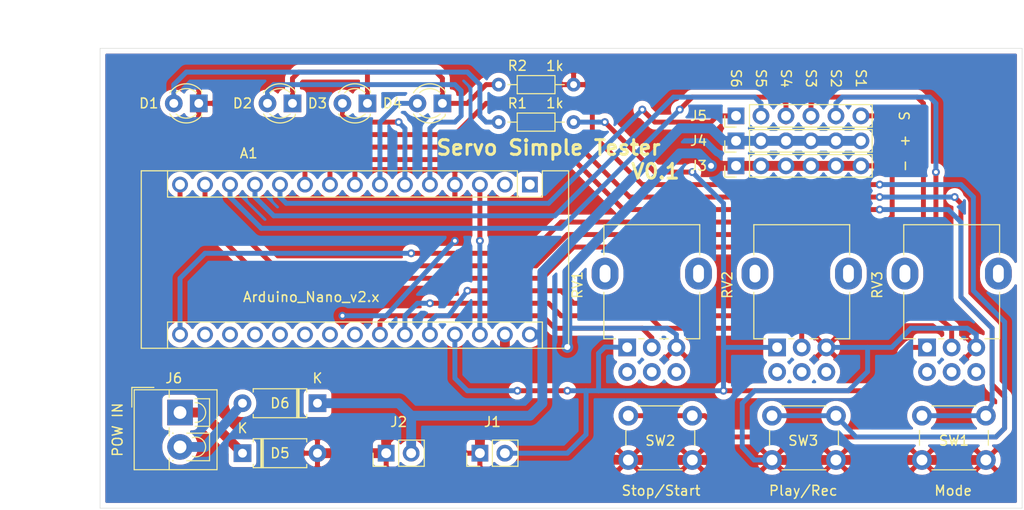
<source format=kicad_pcb>
(kicad_pcb (version 20171130) (host pcbnew "(5.1.9)-1")
  (layers (0 F.Cu signal) (31 B.Cu signal) (34 B.Paste user) (35 F.Paste user) (36 B.SilkS user) (37 F.SilkS user) (38 B.Mask user) (39 F.Mask user) (44 Edge.Cuts user))
  (net 0 "")
  (net 1 "Net-(D1-Pad2)")
  (net 2 GND)
  (net 3 D2)
  (net 4 "Net-(D2-Pad1)")
  (net 5 D3)
  (net 6 D4)
  (net 7 "Net-(D5-Pad1)")
  (net 8 "Net-(D6-Pad2)")
  (net 9 VIN)
  (net 10 TX)
  (net 11 RX)
  (net 12 RESET)
  (net 13 D5)
  (net 14 D6)
  (net 15 D7)
  (net 16 D8)
  (net 17 D9)
  (net 18 D10)
  (net 19 D11)
  (net 20 D12)
  (net 21 +5V)
  (net 22 A7)
  (net 23 A6)
  (net 24 A5)
  (net 25 A4)
  (net 26 A3)
  (net 27 A2)
  (net 28 A1)
  (net 29 A0)
  (net 30 REF)
  (net 31 3.3V)
  (net 32 D13)
  (module DM_Devices:conn_01x06 (layer F.Cu) (at 144.78 90.17 90)
    (fp_text reference J5 (at 0 -3.81 180) (layer F.SilkS))
    (fp_text value S (at 0 17.145 90) (layer F.SilkS))
    (pad 1 thru_hole rect (at 0 0 90) (size 1.7 1.7) (drill 1) (layers *.Cu *.Mask) (net 16 D8))
    (pad 5 thru_hole oval (at 0 10.16 90) (size 1.7 1.7) (drill 1) (layers *.Cu *.Mask) (net 20 D12))
    (pad 2 thru_hole oval (at 0 2.54 90) (size 1.7 1.7) (drill 1) (layers *.Cu *.Mask) (net 17 D9))
    (pad 3 thru_hole oval (at 0 5.08 90) (size 1.7 1.7) (drill 1) (layers *.Cu *.Mask) (net 18 D10))
    (pad 6 thru_hole oval (at 0 12.7 90) (size 1.7 1.7) (drill 1) (layers *.Cu *.Mask) (net 32 D13))
    (pad 4 thru_hole oval (at 0 7.62 90) (size 1.7 1.7) (drill 1) (layers *.Cu *.Mask) (net 19 D11))
  )
  (module DM_Devices:conn_01x06 (layer F.Cu) (at 144.78 92.71 90)
    (fp_text reference J4 (at 0 -3.81 180) (layer F.SilkS))
    (fp_text value + (at 0 17.145 90) (layer F.SilkS))
    (pad 1 thru_hole rect (at 0 0 90) (size 1.7 1.7) (drill 1) (layers *.Cu *.Mask) (net 9 VIN))
    (pad 5 thru_hole oval (at 0 10.16 90) (size 1.7 1.7) (drill 1) (layers *.Cu *.Mask) (net 9 VIN))
    (pad 2 thru_hole oval (at 0 2.54 90) (size 1.7 1.7) (drill 1) (layers *.Cu *.Mask) (net 9 VIN))
    (pad 3 thru_hole oval (at 0 5.08 90) (size 1.7 1.7) (drill 1) (layers *.Cu *.Mask) (net 9 VIN))
    (pad 6 thru_hole oval (at 0 12.7 90) (size 1.7 1.7) (drill 1) (layers *.Cu *.Mask) (net 9 VIN))
    (pad 4 thru_hole oval (at 0 7.62 90) (size 1.7 1.7) (drill 1) (layers *.Cu *.Mask) (net 9 VIN))
  )
  (module DM_Devices:conn_01x06 (layer F.Cu) (at 144.78 95.25 90)
    (fp_text reference J3 (at 0 -3.81 180) (layer F.SilkS))
    (fp_text value - (at 0 17.145 90) (layer F.SilkS))
    (pad 1 thru_hole rect (at 0 0 90) (size 1.7 1.7) (drill 1) (layers *.Cu *.Mask) (net 2 GND))
    (pad 5 thru_hole oval (at 0 10.16 90) (size 1.7 1.7) (drill 1) (layers *.Cu *.Mask) (net 2 GND))
    (pad 2 thru_hole oval (at 0 2.54 90) (size 1.7 1.7) (drill 1) (layers *.Cu *.Mask) (net 2 GND))
    (pad 3 thru_hole oval (at 0 5.08 90) (size 1.7 1.7) (drill 1) (layers *.Cu *.Mask) (net 2 GND))
    (pad 6 thru_hole oval (at 0 12.7 90) (size 1.7 1.7) (drill 1) (layers *.Cu *.Mask) (net 2 GND))
    (pad 4 thru_hole oval (at 0 7.62 90) (size 1.7 1.7) (drill 1) (layers *.Cu *.Mask) (net 2 GND))
  )
  (module LED_THT:LED_D3.0mm (layer F.Cu) (at 90.17 88.9 180)
    (fp_text reference D1 (at 5.08 0) (layer F.SilkS))
    (fp_text value POW)
    (pad 2 thru_hole circle (at 2.54 0 180) (size 1.8 1.8) (drill 0.9) (layers *.Cu *.Mask) (net 1 "Net-(D1-Pad2)"))
    (pad 1 thru_hole rect (at 0 0 180) (size 1.8 1.8) (drill 0.9) (layers *.Cu *.Mask) (net 2 GND))
  )
  (module Connector_PinHeader_2.54mm:PinHeader_1x02_P2.54mm_Vertical (layer F.Cu) (at 109.22 124.46 90)
    (fp_text reference J2 (at 3.175 1.27 180) (layer F.SilkS))
    (fp_text value Conn_01x02 hide)
    (pad 2 thru_hole oval (at 0 2.54 90) (size 1.7 1.7) (drill 1) (layers *.Cu *.Mask) (net 9 VIN))
    (pad 1 thru_hole rect (at 0 0 90) (size 1.7 1.7) (drill 1) (layers *.Cu *.Mask) (net 2 GND))
  )
  (module Connector_PinHeader_2.54mm:PinHeader_1x02_P2.54mm_Vertical (layer F.Cu) (at 118.745 124.46 90)
    (fp_text reference J1 (at 3.175 1.27) (layer F.SilkS))
    (fp_text value Conn_01x02 hide)
    (pad 2 thru_hole oval (at 0 2.54 90) (size 1.7 1.7) (drill 1) (layers *.Cu *.Mask) (net 21 +5V))
    (pad 1 thru_hole rect (at 0 0 90) (size 1.7 1.7) (drill 1) (layers *.Cu *.Mask) (net 2 GND))
  )
  (module Button_Switch_THT:SW_PUSH_6mm (layer F.Cu) (at 148.44 120.65)
    (fp_text reference SW3 (at 3.175 2.54) (layer F.SilkS))
    (fp_text value Play/Rec (at 3.175 7.62) (layer F.SilkS))
    (pad 1 thru_hole circle (at 6.5 0 90) (size 2 2) (drill 1.1) (layers *.Cu *.Mask) (net 15 D7))
    (pad 2 thru_hole circle (at 6.5 4.5 90) (size 2 2) (drill 1.1) (layers *.Cu *.Mask) (net 2 GND))
    (pad 1 thru_hole circle (at 0 0 90) (size 2 2) (drill 1.1) (layers *.Cu *.Mask) (net 15 D7))
    (pad 2 thru_hole circle (at 0 4.5 90) (size 2 2) (drill 1.1) (layers *.Cu *.Mask) (net 2 GND))
  )
  (module Button_Switch_THT:SW_PUSH_6mm (layer F.Cu) (at 133.835 120.65)
    (fp_text reference SW2 (at 3.25 2.54) (layer F.SilkS))
    (fp_text value Stop/Start (at 3.325 7.62) (layer F.SilkS))
    (pad 1 thru_hole circle (at 6.5 0 90) (size 2 2) (drill 1.1) (layers *.Cu *.Mask) (net 14 D6))
    (pad 2 thru_hole circle (at 6.5 4.5 90) (size 2 2) (drill 1.1) (layers *.Cu *.Mask) (net 2 GND))
    (pad 1 thru_hole circle (at 0 0 90) (size 2 2) (drill 1.1) (layers *.Cu *.Mask) (net 14 D6))
    (pad 2 thru_hole circle (at 0 4.5 90) (size 2 2) (drill 1.1) (layers *.Cu *.Mask) (net 2 GND))
  )
  (module Button_Switch_THT:SW_PUSH_6mm (layer F.Cu) (at 163.68 120.65)
    (fp_text reference SW1 (at 3.25 2.54) (layer F.SilkS))
    (fp_text value Mode (at 3.175 7.62) (layer F.SilkS))
    (pad 1 thru_hole circle (at 6.5 0 90) (size 2 2) (drill 1.1) (layers *.Cu *.Mask) (net 13 D5))
    (pad 2 thru_hole circle (at 6.5 4.5 90) (size 2 2) (drill 1.1) (layers *.Cu *.Mask) (net 2 GND))
    (pad 1 thru_hole circle (at 0 0 90) (size 2 2) (drill 1.1) (layers *.Cu *.Mask) (net 13 D5))
    (pad 2 thru_hole circle (at 0 4.5 90) (size 2 2) (drill 1.1) (layers *.Cu *.Mask) (net 2 GND))
  )
  (module Potentiometer_THT:Potentiometer_Alpha_RD902F-40-00D_Dual_Vertical (layer F.Cu) (at 164.2 113.705 90)
    (fp_text reference RV3 (at 6.35 -5.06 270) (layer F.SilkS))
    (fp_text value R_POT hide)
    (pad 4 thru_hole circle (at -2.5 0 180) (size 1.8 1.8) (drill 1) (layers *.Cu *.Mask))
    (pad 5 thru_hole circle (at -2.5 2.5 180) (size 1.8 1.8) (drill 1) (layers *.Cu *.Mask))
    (pad 6 thru_hole circle (at -2.5 5 180) (size 1.8 1.8) (drill 1) (layers *.Cu *.Mask))
    (pad "" thru_hole oval (at 7.5 -2.25 180) (size 2.72 3.24) (drill oval 1.1 1.8) (layers *.Cu *.Mask))
    (pad "" thru_hole oval (at 7.5 7.25 180) (size 2.72 3.24) (drill oval 1.1 1.8) (layers *.Cu *.Mask))
    (pad 3 thru_hole circle (at 0 5 180) (size 1.8 1.8) (drill 1) (layers *.Cu *.Mask) (net 2 GND))
    (pad 2 thru_hole circle (at 0 2.5 180) (size 1.8 1.8) (drill 1) (layers *.Cu *.Mask) (net 22 A7))
    (pad 1 thru_hole rect (at 0 0 180) (size 1.8 1.8) (drill 1) (layers *.Cu *.Mask) (net 21 +5V))
  )
  (module Potentiometer_THT:Potentiometer_Alpha_RD902F-40-00D_Dual_Vertical (layer F.Cu) (at 148.96 113.705 90)
    (fp_text reference RV2 (at 6.35 -5.06 270) (layer F.SilkS))
    (fp_text value R_POT hide)
    (pad 4 thru_hole circle (at -2.5 0 180) (size 1.8 1.8) (drill 1) (layers *.Cu *.Mask))
    (pad 5 thru_hole circle (at -2.5 2.5 180) (size 1.8 1.8) (drill 1) (layers *.Cu *.Mask))
    (pad 6 thru_hole circle (at -2.5 5 180) (size 1.8 1.8) (drill 1) (layers *.Cu *.Mask))
    (pad "" thru_hole oval (at 7.5 -2.25 180) (size 2.72 3.24) (drill oval 1.1 1.8) (layers *.Cu *.Mask))
    (pad "" thru_hole oval (at 7.5 7.25 180) (size 2.72 3.24) (drill oval 1.1 1.8) (layers *.Cu *.Mask))
    (pad 3 thru_hole circle (at 0 5 180) (size 1.8 1.8) (drill 1) (layers *.Cu *.Mask) (net 2 GND))
    (pad 2 thru_hole circle (at 0 2.5 180) (size 1.8 1.8) (drill 1) (layers *.Cu *.Mask) (net 23 A6))
    (pad 1 thru_hole rect (at 0 0 180) (size 1.8 1.8) (drill 1) (layers *.Cu *.Mask) (net 21 +5V))
  )
  (module Potentiometer_THT:Potentiometer_Alpha_RD902F-40-00D_Dual_Vertical (layer F.Cu) (at 133.72 113.705 90)
    (fp_text reference RV1 (at 6.35 -5.06 270) (layer F.SilkS))
    (fp_text value R_POT hide)
    (pad 4 thru_hole circle (at -2.5 0 180) (size 1.8 1.8) (drill 1) (layers *.Cu *.Mask))
    (pad 5 thru_hole circle (at -2.5 2.5 180) (size 1.8 1.8) (drill 1) (layers *.Cu *.Mask))
    (pad 6 thru_hole circle (at -2.5 5 180) (size 1.8 1.8) (drill 1) (layers *.Cu *.Mask))
    (pad "" thru_hole oval (at 7.5 -2.25 180) (size 2.72 3.24) (drill oval 1.1 1.8) (layers *.Cu *.Mask))
    (pad "" thru_hole oval (at 7.5 7.25 180) (size 2.72 3.24) (drill oval 1.1 1.8) (layers *.Cu *.Mask))
    (pad 3 thru_hole circle (at 0 5 180) (size 1.8 1.8) (drill 1) (layers *.Cu *.Mask) (net 2 GND))
    (pad 2 thru_hole circle (at 0 2.5 180) (size 1.8 1.8) (drill 1) (layers *.Cu *.Mask) (net 24 A5))
    (pad 1 thru_hole rect (at 0 0 180) (size 1.8 1.8) (drill 1) (layers *.Cu *.Mask) (net 21 +5V))
  )
  (module Resistor_THT:R_Axial_DIN0204_L3.6mm_D1.6mm_P7.62mm_Horizontal (layer F.Cu) (at 120.65 86.995)
    (fp_text reference R2 (at 1.905 -1.92) (layer F.SilkS))
    (fp_text value 1k (at 5.715 -1.905) (layer F.SilkS))
    (pad 2 thru_hole oval (at 7.62 0) (size 1.4 1.4) (drill 0.7) (layers *.Cu *.Mask) (net 2 GND))
    (pad 1 thru_hole circle (at 0 0) (size 1.4 1.4) (drill 0.7) (layers *.Cu *.Mask) (net 4 "Net-(D2-Pad1)"))
  )
  (module Resistor_THT:R_Axial_DIN0204_L3.6mm_D1.6mm_P7.62mm_Horizontal (layer F.Cu) (at 128.27 90.805 180)
    (fp_text reference R1 (at 5.715 1.905) (layer F.SilkS))
    (fp_text value 1k (at 1.905 1.92) (layer F.SilkS))
    (pad 2 thru_hole oval (at 7.62 0 180) (size 1.4 1.4) (drill 0.7) (layers *.Cu *.Mask) (net 1 "Net-(D1-Pad2)"))
    (pad 1 thru_hole circle (at 0 0 180) (size 1.4 1.4) (drill 0.7) (layers *.Cu *.Mask) (net 21 +5V))
  )
  (module TerminalBlock_4Ucon:TerminalBlock_4Ucon_1x02_P3.50mm_Vertical (layer F.Cu) (at 88.265 120.325 270)
    (fp_text reference J6 (at -3.485 0.635 180) (layer F.SilkS))
    (fp_text value "POW IN" (at 1.75 6.35 90) (layer F.SilkS))
    (pad 2 thru_hole circle (at 3.5 0 270) (size 2.6 2.6) (drill 1.3) (layers *.Cu *.Mask) (net 8 "Net-(D6-Pad2)"))
    (pad 1 thru_hole rect (at 0 0 270) (size 2.6 2.6) (drill 1.3) (layers *.Cu *.Mask) (net 7 "Net-(D5-Pad1)"))
  )
  (module Diode_THT:D_A-405_P7.62mm_Horizontal (layer F.Cu) (at 102.235 119.38 180)
    (fp_text reference D6 (at 3.81 0) (layer F.SilkS))
    (fp_text value D hide)
    (fp_text user K (at 0 2.54) (layer F.SilkS))
    (pad 2 thru_hole oval (at 7.62 0 180) (size 1.8 1.8) (drill 0.9) (layers *.Cu *.Mask) (net 8 "Net-(D6-Pad2)"))
    (pad 1 thru_hole rect (at 0 0 180) (size 1.8 1.8) (drill 0.9) (layers *.Cu *.Mask) (net 9 VIN))
  )
  (module Diode_THT:D_A-405_P7.62mm_Horizontal (layer F.Cu) (at 94.615 124.46)
    (fp_text reference D5 (at 3.81 0) (layer F.SilkS))
    (fp_text value D hide)
    (fp_text user K (at 0 -2.54) (layer F.SilkS))
    (pad 2 thru_hole oval (at 7.62 0) (size 1.8 1.8) (drill 0.9) (layers *.Cu *.Mask) (net 2 GND))
    (pad 1 thru_hole rect (at 0 0) (size 1.8 1.8) (drill 0.9) (layers *.Cu *.Mask) (net 7 "Net-(D5-Pad1)"))
  )
  (module LED_THT:LED_D3.0mm (layer F.Cu) (at 114.935 88.9 180)
    (fp_text reference D4 (at 5.08 0) (layer F.SilkS))
    (fp_text value "Mode 3")
    (pad 2 thru_hole circle (at 2.54 0 180) (size 1.8 1.8) (drill 0.9) (layers *.Cu *.Mask) (net 6 D4))
    (pad 1 thru_hole rect (at 0 0 180) (size 1.8 1.8) (drill 0.9) (layers *.Cu *.Mask) (net 4 "Net-(D2-Pad1)"))
  )
  (module LED_THT:LED_D3.0mm (layer F.Cu) (at 107.315 88.9 180)
    (fp_text reference D3 (at 5.08 0) (layer F.SilkS))
    (fp_text value "Mode 2")
    (pad 2 thru_hole circle (at 2.54 0 180) (size 1.8 1.8) (drill 0.9) (layers *.Cu *.Mask) (net 5 D3))
    (pad 1 thru_hole rect (at 0 0 180) (size 1.8 1.8) (drill 0.9) (layers *.Cu *.Mask) (net 4 "Net-(D2-Pad1)"))
  )
  (module LED_THT:LED_D3.0mm (layer F.Cu) (at 99.695 88.9 180)
    (fp_text reference D2 (at 5.08 0) (layer F.SilkS))
    (fp_text value "Mode 1")
    (pad 2 thru_hole circle (at 2.54 0 180) (size 1.8 1.8) (drill 0.9) (layers *.Cu *.Mask) (net 3 D2))
    (pad 1 thru_hole rect (at 0 0 180) (size 1.8 1.8) (drill 0.9) (layers *.Cu *.Mask) (net 4 "Net-(D2-Pad1)"))
  )
  (module Module:Arduino_Nano (layer F.Cu) (at 123.825 97.155 270)
    (fp_text reference A1 (at -3.175 28.575 180) (layer F.SilkS))
    (fp_text value Arduino_Nano_v2.x (at 11.43 22.225) (layer F.SilkS))
    (pad 16 thru_hole oval (at 15.24 35.56 270) (size 1.6 1.6) (drill 1) (layers *.Cu *.Mask) (net 32 D13))
    (pad 15 thru_hole oval (at 0 35.56 270) (size 1.6 1.6) (drill 1) (layers *.Cu *.Mask) (net 20 D12))
    (pad 30 thru_hole oval (at 15.24 0 270) (size 1.6 1.6) (drill 1) (layers *.Cu *.Mask) (net 9 VIN))
    (pad 14 thru_hole oval (at 0 33.02 270) (size 1.6 1.6) (drill 1) (layers *.Cu *.Mask) (net 19 D11))
    (pad 29 thru_hole oval (at 15.24 2.54 270) (size 1.6 1.6) (drill 1) (layers *.Cu *.Mask) (net 2 GND))
    (pad 13 thru_hole oval (at 0 30.48 270) (size 1.6 1.6) (drill 1) (layers *.Cu *.Mask) (net 18 D10))
    (pad 28 thru_hole oval (at 15.24 5.08 270) (size 1.6 1.6) (drill 1) (layers *.Cu *.Mask) (net 12 RESET))
    (pad 12 thru_hole oval (at 0 27.94 270) (size 1.6 1.6) (drill 1) (layers *.Cu *.Mask) (net 17 D9))
    (pad 27 thru_hole oval (at 15.24 7.62 270) (size 1.6 1.6) (drill 1) (layers *.Cu *.Mask) (net 21 +5V))
    (pad 11 thru_hole oval (at 0 25.4 270) (size 1.6 1.6) (drill 1) (layers *.Cu *.Mask) (net 16 D8))
    (pad 26 thru_hole oval (at 15.24 10.16 270) (size 1.6 1.6) (drill 1) (layers *.Cu *.Mask) (net 22 A7))
    (pad 10 thru_hole oval (at 0 22.86 270) (size 1.6 1.6) (drill 1) (layers *.Cu *.Mask) (net 15 D7))
    (pad 25 thru_hole oval (at 15.24 12.7 270) (size 1.6 1.6) (drill 1) (layers *.Cu *.Mask) (net 23 A6))
    (pad 9 thru_hole oval (at 0 20.32 270) (size 1.6 1.6) (drill 1) (layers *.Cu *.Mask) (net 14 D6))
    (pad 24 thru_hole oval (at 15.24 15.24 270) (size 1.6 1.6) (drill 1) (layers *.Cu *.Mask) (net 24 A5))
    (pad 8 thru_hole oval (at 0 17.78 270) (size 1.6 1.6) (drill 1) (layers *.Cu *.Mask) (net 13 D5))
    (pad 23 thru_hole oval (at 15.24 17.78 270) (size 1.6 1.6) (drill 1) (layers *.Cu *.Mask) (net 25 A4))
    (pad 7 thru_hole oval (at 0 15.24 270) (size 1.6 1.6) (drill 1) (layers *.Cu *.Mask) (net 6 D4))
    (pad 22 thru_hole oval (at 15.24 20.32 270) (size 1.6 1.6) (drill 1) (layers *.Cu *.Mask) (net 26 A3))
    (pad 6 thru_hole oval (at 0 12.7 270) (size 1.6 1.6) (drill 1) (layers *.Cu *.Mask) (net 5 D3))
    (pad 21 thru_hole oval (at 15.24 22.86 270) (size 1.6 1.6) (drill 1) (layers *.Cu *.Mask) (net 27 A2))
    (pad 5 thru_hole oval (at 0 10.16 270) (size 1.6 1.6) (drill 1) (layers *.Cu *.Mask) (net 3 D2))
    (pad 20 thru_hole oval (at 15.24 25.4 270) (size 1.6 1.6) (drill 1) (layers *.Cu *.Mask) (net 28 A1))
    (pad 4 thru_hole oval (at 0 7.62 270) (size 1.6 1.6) (drill 1) (layers *.Cu *.Mask) (net 2 GND))
    (pad 19 thru_hole oval (at 15.24 27.94 270) (size 1.6 1.6) (drill 1) (layers *.Cu *.Mask) (net 29 A0))
    (pad 3 thru_hole oval (at 0 5.08 270) (size 1.6 1.6) (drill 1) (layers *.Cu *.Mask) (net 12 RESET))
    (pad 18 thru_hole oval (at 15.24 30.48 270) (size 1.6 1.6) (drill 1) (layers *.Cu *.Mask) (net 30 REF))
    (pad 2 thru_hole oval (at 0 2.54 270) (size 1.6 1.6) (drill 1) (layers *.Cu *.Mask) (net 11 RX))
    (pad 17 thru_hole oval (at 15.24 33.02 270) (size 1.6 1.6) (drill 1) (layers *.Cu *.Mask) (net 31 3.3V))
    (pad 1 thru_hole rect (at 0 0 270) (size 1.6 1.6) (drill 1) (layers *.Cu *.Mask) (net 10 TX))
  )
  (gr_line (start 173.863 83.312) (end 80.137 83.312) (layer Edge.Cuts) (width 0.05))
  (gr_line (start 173.863 130.048) (end 173.863 83.312) (layer Edge.Cuts) (width 0.05))
  (gr_line (start 80.137 130.048) (end 173.863 130.048) (layer Edge.Cuts) (width 0.05))
  (gr_line (start 80.137 83.312) (end 80.137 130.048) (layer Edge.Cuts) (width 0.05))
  (gr_text "Servo Simple Tester\n                   V0.1" (at 125.73 94.615) (layer F.SilkS) (effects (font (size 1.5 1.5) (thickness 0.3))))
  (gr_text S6 (at 144.78 86.36 -90) (layer F.SilkS) (effects (font (size 1 1))))
  (gr_text S5 (at 147.32 86.36 -90) (layer F.SilkS) (effects (font (size 1 1))))
  (gr_text S4 (at 149.86 86.36 -90) (layer F.SilkS) (effects (font (size 1 1))))
  (gr_text S3 (at 152.4 86.36 -90) (layer F.SilkS) (effects (font (size 1 1))))
  (gr_text S2 (at 154.94 86.36 -90) (layer F.SilkS) (effects (font (size 1 1))))
  (gr_text S1 (at 157.48 86.36 270) (layer F.SilkS) (effects (font (size 1 1))))
  (segment (start 88.9 85.725) (end 87.63 86.995) (width 0.5) (layer B.Cu) (net 1))
  (segment (start 117.475 85.725) (end 88.9 85.725) (width 0.5) (layer B.Cu) (net 1))
  (segment (start 118.745 86.995) (end 117.475 85.725) (width 0.5) (layer B.Cu) (net 1))
  (segment (start 118.745 90.17) (end 118.745 86.995) (width 0.5) (layer B.Cu) (net 1))
  (segment (start 87.63 86.995) (end 87.63 88.9) (width 0.5) (layer B.Cu) (net 1))
  (segment (start 119.38 90.805) (end 118.745 90.17) (width 0.5) (layer B.Cu) (net 1))
  (segment (start 120.65 90.805) (end 119.38 90.805) (width 0.5) (layer B.Cu) (net 1))
  (segment (start 102.235 124.46) (end 109.22 124.46) (width 1) (layer F.Cu) (net 2))
  (segment (start 157.48 95.25) (end 154.94 95.25) (width 1) (layer F.Cu) (net 2))
  (segment (start 154.94 95.25) (end 152.4 95.25) (width 1) (layer F.Cu) (net 2))
  (segment (start 152.4 95.25) (end 149.86 95.25) (width 1) (layer F.Cu) (net 2))
  (segment (start 149.86 95.25) (end 147.32 95.25) (width 1) (layer F.Cu) (net 2))
  (segment (start 147.32 95.25) (end 144.78 95.25) (width 1) (layer F.Cu) (net 2))
  (segment (start 118.745 121.92) (end 118.745 123.19) (width 1) (layer F.Cu) (net 2))
  (segment (start 118.745 123.19) (end 118.745 124.46) (width 1) (layer F.Cu) (net 2))
  (segment (start 170.18 125.15) (end 163.68 125.15) (width 1) (layer F.Cu) (net 2))
  (segment (start 163.68 125.15) (end 154.94 125.15) (width 1) (layer F.Cu) (net 2))
  (segment (start 154.94 125.15) (end 148.44 125.15) (width 1) (layer F.Cu) (net 2))
  (segment (start 140.335 125.15) (end 133.835 125.15) (width 1) (layer F.Cu) (net 2))
  (segment (start 144.145 125.095) (end 144.09 125.15) (width 0.25) (layer F.Cu) (net 2))
  (segment (start 144.09 125.15) (end 140.335 125.15) (width 1) (layer F.Cu) (net 2))
  (segment (start 148.44 125.15) (end 144.09 125.15) (width 1) (layer F.Cu) (net 2))
  (segment (start 118.745 121.92) (end 120.015 121.92) (width 1) (layer F.Cu) (net 2))
  (segment (start 131.445 125.095) (end 133.835 125.15) (width 1) (layer F.Cu) (net 2))
  (segment (start 128.905 121.92) (end 131.445 125.095) (width 1) (layer F.Cu) (net 2))
  (segment (start 120.015 121.92) (end 128.905 121.92) (width 1) (layer F.Cu) (net 2))
  (segment (start 116.205 102.87) (end 116.205 102.87) (width 0.25) (layer F.Cu) (net 2))
  (segment (start 104.775 110.49) (end 104.775 110.49) (width 0.5) (layer B.Cu) (net 2))
  (segment (start 116.205 97.155) (end 116.205 102.87) (width 0.5) (layer F.Cu) (net 2))
  (via (at 116.205 102.87) (size 0.8) (drill 0.4) (layers F.Cu B.Cu) (net 2))
  (segment (start 82.55 114.3) (end 82.55 110.49) (width 0.5) (layer F.Cu) (net 2))
  (segment (start 84.455 116.205) (end 82.55 114.3) (width 0.5) (layer F.Cu) (net 2))
  (segment (start 111.76 116.205) (end 84.455 116.205) (width 0.5) (layer F.Cu) (net 2))
  (segment (start 114.3 119.38) (end 111.76 116.205) (width 0.5) (layer F.Cu) (net 2))
  (segment (start 114.3 121.92) (end 114.3 119.38) (width 0.5) (layer F.Cu) (net 2))
  (segment (start 109.22 123.19) (end 109.22 124.46) (width 1) (layer F.Cu) (net 2))
  (segment (start 114.935 121.92) (end 118.745 121.92) (width 1) (layer F.Cu) (net 2))
  (segment (start 110.49 121.92) (end 114.935 121.92) (width 1) (layer F.Cu) (net 2))
  (segment (start 109.22 123.19) (end 110.49 121.92) (width 1) (layer F.Cu) (net 2))
  (segment (start 88.9 95.25) (end 90.17 93.98) (width 0.5) (layer F.Cu) (net 2))
  (segment (start 83.82 95.25) (end 88.9 95.25) (width 0.5) (layer F.Cu) (net 2))
  (segment (start 82.55 96.52) (end 83.82 95.25) (width 0.5) (layer F.Cu) (net 2))
  (segment (start 82.55 110.49) (end 82.55 96.52) (width 0.5) (layer F.Cu) (net 2))
  (segment (start 90.17 93.98) (end 90.17 88.9) (width 0.5) (layer F.Cu) (net 2))
  (segment (start 127.635 113.665) (end 127.635 113.665) (width 1) (layer B.Cu) (net 2))
  (segment (start 121.285 112.395) (end 121.285 114.935) (width 1) (layer F.Cu) (net 2))
  (segment (start 170.235 125.095) (end 170.18 125.15) (width 0.25) (layer F.Cu) (net 2))
  (segment (start 160.615 113.705) (end 160.655 113.665) (width 0.25) (layer B.Cu) (net 2))
  (segment (start 153.96 113.705) (end 158.155 113.705) (width 0.5) (layer B.Cu) (net 2))
  (segment (start 158.155 113.705) (end 160.615 113.705) (width 0.5) (layer B.Cu) (net 2))
  (segment (start 146.63 125.15) (end 148.44 125.15) (width 0.5) (layer B.Cu) (net 2))
  (segment (start 145.415 123.825) (end 146.63 125.15) (width 0.5) (layer B.Cu) (net 2))
  (segment (start 145.415 119.38) (end 145.415 123.825) (width 0.5) (layer B.Cu) (net 2))
  (segment (start 146.685 118.11) (end 145.415 119.38) (width 0.5) (layer B.Cu) (net 2))
  (segment (start 156.21 118.11) (end 146.685 118.11) (width 0.5) (layer B.Cu) (net 2))
  (segment (start 158.155 116.165) (end 156.21 118.11) (width 0.5) (layer B.Cu) (net 2))
  (segment (start 158.155 113.705) (end 158.155 116.165) (width 0.5) (layer B.Cu) (net 2))
  (segment (start 118.745 118.745) (end 118.745 121.92) (width 1) (layer F.Cu) (net 2))
  (segment (start 118.745 116.84) (end 118.745 118.745) (width 1) (layer F.Cu) (net 2))
  (segment (start 121.285 114.935) (end 118.745 116.84) (width 1) (layer F.Cu) (net 2))
  (segment (start 115.57 103.505) (end 116.205 102.87) (width 0.5) (layer B.Cu) (net 2))
  (segment (start 109.22 110.49) (end 115.57 103.505) (width 0.5) (layer B.Cu) (net 2))
  (segment (start 104.775 110.49) (end 109.22 110.49) (width 0.5) (layer B.Cu) (net 2))
  (segment (start 104.775 110.49) (end 82.55 110.49) (width 0.5) (layer F.Cu) (net 2))
  (via (at 104.775 110.49) (size 0.8) (drill 0.4) (layers F.Cu B.Cu) (net 2))
  (segment (start 169.2 112.395) (end 169.2 113.705) (width 0.5) (layer B.Cu) (net 2))
  (segment (start 168.275 111.76) (end 169.2 112.395) (width 0.5) (layer B.Cu) (net 2))
  (segment (start 162.56 111.76) (end 168.275 111.76) (width 0.5) (layer B.Cu) (net 2))
  (segment (start 160.655 113.665) (end 162.56 111.76) (width 0.5) (layer B.Cu) (net 2))
  (segment (start 142.24 95.25) (end 142.24 95.25) (width 1) (layer F.Cu) (net 2))
  (segment (start 137.16 111.76) (end 127.635 111.76) (width 0.5) (layer B.Cu) (net 2))
  (segment (start 137.795 111.76) (end 137.16 111.76) (width 0.5) (layer B.Cu) (net 2))
  (segment (start 138.72 112.395) (end 137.795 111.76) (width 0.5) (layer B.Cu) (net 2))
  (segment (start 138.72 113.705) (end 138.72 112.395) (width 0.5) (layer B.Cu) (net 2))
  (segment (start 126.365 114.935) (end 121.285 114.935) (width 1) (layer F.Cu) (net 2))
  (segment (start 127.635 113.665) (end 126.365 114.935) (width 1) (layer F.Cu) (net 2))
  (via (at 127.635 113.665) (size 1.2) (drill 0.6) (layers F.Cu B.Cu) (net 2))
  (segment (start 142.24 95.25) (end 144.78 95.25) (width 1) (layer F.Cu) (net 2))
  (via (at 142.24 95.25) (size 1.2) (drill 0.6) (layers F.Cu B.Cu) (net 2))
  (segment (start 139.065 93.98) (end 127.635 106.045) (width 1) (layer B.Cu) (net 2))
  (segment (start 127.635 106.045) (end 127.635 113.665) (width 1) (layer B.Cu) (net 2))
  (segment (start 140.97 93.98) (end 139.065 93.98) (width 1) (layer B.Cu) (net 2))
  (segment (start 142.24 95.25) (end 140.97 93.98) (width 1) (layer B.Cu) (net 2))
  (segment (start 130.175 86.995) (end 128.27 86.995) (width 0.5) (layer F.Cu) (net 2))
  (segment (start 140.335 93.345) (end 136.525 93.345) (width 0.5) (layer F.Cu) (net 2))
  (segment (start 136.525 93.345) (end 130.175 86.995) (width 0.5) (layer F.Cu) (net 2))
  (segment (start 142.24 95.25) (end 140.335 93.345) (width 0.5) (layer F.Cu) (net 2))
  (segment (start 114.3 90.805) (end 113.665 91.44) (width 0.5) (layer B.Cu) (net 3))
  (segment (start 116.84 90.17) (end 116.205 90.805) (width 0.5) (layer B.Cu) (net 3))
  (segment (start 116.205 86.995) (end 116.84 87.63) (width 0.5) (layer B.Cu) (net 3))
  (segment (start 97.79 86.995) (end 116.205 86.995) (width 0.5) (layer B.Cu) (net 3))
  (segment (start 113.665 91.44) (end 113.665 97.155) (width 0.5) (layer B.Cu) (net 3))
  (segment (start 97.155 87.63) (end 97.79 86.995) (width 0.5) (layer B.Cu) (net 3))
  (segment (start 116.205 90.805) (end 114.3 90.805) (width 0.5) (layer B.Cu) (net 3))
  (segment (start 116.84 87.63) (end 116.84 90.17) (width 0.5) (layer B.Cu) (net 3))
  (segment (start 97.155 88.9) (end 97.155 87.63) (width 0.5) (layer B.Cu) (net 3))
  (segment (start 119.38 86.995) (end 120.65 86.995) (width 0.5) (layer F.Cu) (net 4))
  (segment (start 117.475 88.9) (end 119.38 86.995) (width 0.5) (layer F.Cu) (net 4))
  (segment (start 114.935 88.9) (end 117.475 88.9) (width 0.5) (layer F.Cu) (net 4))
  (segment (start 107.315 85.725) (end 107.315 88.9) (width 0.5) (layer F.Cu) (net 4))
  (segment (start 99.695 86.36) (end 99.695 88.9) (width 0.5) (layer F.Cu) (net 4))
  (segment (start 100.33 85.725) (end 99.695 86.36) (width 0.5) (layer F.Cu) (net 4))
  (segment (start 114.3 85.725) (end 100.33 85.725) (width 0.5) (layer F.Cu) (net 4))
  (segment (start 114.935 86.36) (end 114.3 85.725) (width 0.5) (layer F.Cu) (net 4))
  (segment (start 114.935 88.9) (end 114.935 86.36) (width 0.5) (layer F.Cu) (net 4))
  (segment (start 110.49 90.805) (end 110.49 90.805) (width 0.5) (layer B.Cu) (net 5))
  (segment (start 105.41 90.805) (end 104.775 90.17) (width 0.5) (layer F.Cu) (net 5))
  (segment (start 110.49 90.805) (end 105.41 90.805) (width 0.5) (layer F.Cu) (net 5))
  (segment (start 104.775 90.17) (end 104.775 88.9) (width 0.5) (layer F.Cu) (net 5))
  (via (at 110.49 90.805) (size 0.8) (drill 0.4) (layers F.Cu B.Cu) (net 5))
  (segment (start 111.125 95.885) (end 111.125 97.155) (width 0.5) (layer B.Cu) (net 5))
  (segment (start 111.125 91.44) (end 111.125 95.885) (width 0.5) (layer B.Cu) (net 5))
  (segment (start 110.49 90.805) (end 111.125 91.44) (width 0.5) (layer B.Cu) (net 5))
  (segment (start 108.585 95.885) (end 108.585 97.155) (width 0.5) (layer B.Cu) (net 6))
  (segment (start 108.585 90.805) (end 108.585 95.885) (width 0.5) (layer B.Cu) (net 6))
  (segment (start 110.49 88.9) (end 108.585 90.805) (width 0.5) (layer B.Cu) (net 6))
  (segment (start 112.395 88.9) (end 110.49 88.9) (width 0.5) (layer B.Cu) (net 6))
  (segment (start 90.48 120.325) (end 94.615 124.46) (width 1) (layer F.Cu) (net 7))
  (segment (start 88.265 120.325) (end 90.48 120.325) (width 1) (layer F.Cu) (net 7))
  (segment (start 90.805 123.825) (end 94.615 119.38) (width 1) (layer B.Cu) (net 8))
  (segment (start 88.265 123.825) (end 90.805 123.825) (width 1) (layer B.Cu) (net 8))
  (segment (start 157.48 92.71) (end 154.94 92.71) (width 1) (layer B.Cu) (net 9))
  (segment (start 154.94 92.71) (end 152.4 92.71) (width 1) (layer B.Cu) (net 9))
  (segment (start 152.4 92.71) (end 149.86 92.71) (width 1) (layer B.Cu) (net 9))
  (segment (start 149.86 92.71) (end 147.32 92.71) (width 1) (layer B.Cu) (net 9))
  (segment (start 147.32 92.71) (end 144.78 92.71) (width 1) (layer B.Cu) (net 9))
  (segment (start 111.76 124.46) (end 111.76 120.65) (width 1) (layer B.Cu) (net 9))
  (segment (start 111.76 120.65) (end 110.49 119.38) (width 1) (layer B.Cu) (net 9))
  (segment (start 102.235 119.38) (end 110.49 119.38) (width 1) (layer B.Cu) (net 9))
  (segment (start 123.825 112.395) (end 125.095 112.395) (width 1) (layer B.Cu) (net 9))
  (segment (start 125.095 119.38) (end 125.095 112.395) (width 1) (layer B.Cu) (net 9))
  (segment (start 123.825 120.65) (end 125.095 119.38) (width 1) (layer B.Cu) (net 9))
  (segment (start 111.76 120.65) (end 123.825 120.65) (width 1) (layer B.Cu) (net 9))
  (segment (start 143.51 92.71) (end 144.78 92.71) (width 1) (layer B.Cu) (net 9))
  (segment (start 142.24 91.44) (end 143.51 92.71) (width 1) (layer B.Cu) (net 9))
  (segment (start 139.065 91.44) (end 142.24 91.44) (width 1) (layer B.Cu) (net 9))
  (segment (start 125.095 106.045) (end 139.065 91.44) (width 1) (layer B.Cu) (net 9))
  (segment (start 125.095 112.395) (end 125.095 106.045) (width 1) (layer B.Cu) (net 9))
  (segment (start 118.745 97.155) (end 118.745 102.87) (width 0.5) (layer F.Cu) (net 12))
  (segment (start 118.745 102.87) (end 118.745 102.87) (width 0.5) (layer F.Cu) (net 12))
  (via (at 118.745 102.87) (size 0.8) (drill 0.4) (layers F.Cu B.Cu) (net 12))
  (segment (start 118.745 111.125) (end 118.745 112.395) (width 0.5) (layer B.Cu) (net 12))
  (segment (start 118.745 102.87) (end 118.745 111.125) (width 0.5) (layer B.Cu) (net 12))
  (segment (start 170.18 120.65) (end 163.68 120.65) (width 0.5) (layer B.Cu) (net 13))
  (segment (start 159.385 99.695) (end 159.385 99.695) (width 0.5) (layer F.Cu) (net 13))
  (via (at 159.385 99.695) (size 0.8) (drill 0.4) (layers F.Cu B.Cu) (net 13))
  (segment (start 106.045 95.25) (end 106.045 97.155) (width 0.5) (layer F.Cu) (net 13))
  (segment (start 106.68 94.615) (end 106.045 95.25) (width 0.5) (layer F.Cu) (net 13))
  (segment (start 128.27 94.615) (end 106.68 94.615) (width 0.5) (layer F.Cu) (net 13))
  (segment (start 133.35 99.695) (end 128.27 94.615) (width 0.5) (layer F.Cu) (net 13))
  (segment (start 159.385 99.695) (end 133.35 99.695) (width 0.5) (layer F.Cu) (net 13))
  (segment (start 170.815 119.38) (end 170.18 120.65) (width 0.5) (layer B.Cu) (net 13))
  (segment (start 167.64 108.585) (end 170.815 111.76) (width 0.5) (layer B.Cu) (net 13))
  (segment (start 170.815 111.76) (end 170.815 119.38) (width 0.5) (layer B.Cu) (net 13))
  (segment (start 167.64 100.965) (end 167.64 108.585) (width 0.5) (layer B.Cu) (net 13))
  (segment (start 166.37 99.695) (end 167.64 100.965) (width 0.5) (layer B.Cu) (net 13))
  (segment (start 159.385 99.695) (end 166.37 99.695) (width 0.5) (layer B.Cu) (net 13))
  (segment (start 140.335 120.65) (end 133.835 120.65) (width 0.5) (layer F.Cu) (net 14))
  (segment (start 167.005 98.425) (end 167.005 98.425) (width 0.5) (layer F.Cu) (net 14))
  (segment (start 159.385 98.425) (end 159.385 98.425) (width 0.5) (layer B.Cu) (net 14))
  (via (at 159.385 98.425) (size 0.8) (drill 0.4) (layers F.Cu B.Cu) (net 14))
  (segment (start 159.385 98.425) (end 133.985 98.425) (width 0.5) (layer F.Cu) (net 14))
  (segment (start 133.985 98.425) (end 128.905 93.345) (width 0.5) (layer F.Cu) (net 14))
  (segment (start 128.905 93.345) (end 104.775 93.345) (width 0.5) (layer F.Cu) (net 14))
  (segment (start 104.775 93.345) (end 103.505 94.615) (width 0.5) (layer F.Cu) (net 14))
  (segment (start 103.505 94.615) (end 103.505 97.155) (width 0.5) (layer F.Cu) (net 14))
  (segment (start 141.605 120.65) (end 140.335 120.65) (width 0.5) (layer F.Cu) (net 14))
  (segment (start 144.018 122.809) (end 141.605 120.65) (width 0.5) (layer F.Cu) (net 14))
  (segment (start 172.085 121.92699) (end 171.199495 122.812495) (width 0.5) (layer F.Cu) (net 14))
  (segment (start 172.085 118.745) (end 172.085 121.92699) (width 0.5) (layer F.Cu) (net 14))
  (segment (start 170.815 117.475) (end 172.085 118.745) (width 0.5) (layer F.Cu) (net 14))
  (segment (start 170.815 111.76) (end 170.815 117.475) (width 0.5) (layer F.Cu) (net 14))
  (segment (start 167.64 99.06) (end 167.64 108.585) (width 0.5) (layer F.Cu) (net 14))
  (segment (start 167.64 108.585) (end 170.815 111.76) (width 0.5) (layer F.Cu) (net 14))
  (segment (start 167.005 98.425) (end 159.385 98.425) (width 0.5) (layer B.Cu) (net 14))
  (segment (start 171.199495 122.812495) (end 144.018 122.809) (width 0.5) (layer F.Cu) (net 14))
  (segment (start 167.005 98.425) (end 167.64 99.06) (width 0.5) (layer F.Cu) (net 14))
  (via (at 167.005 98.425) (size 0.8) (drill 0.4) (layers F.Cu B.Cu) (net 14))
  (segment (start 159.385 97.155) (end 159.385 97.155) (width 0.5) (layer B.Cu) (net 15))
  (segment (start 154.94 120.65) (end 148.44 120.65) (width 0.5) (layer B.Cu) (net 15))
  (via (at 159.385 97.155) (size 0.8) (drill 0.4) (layers F.Cu B.Cu) (net 15))
  (segment (start 159.385 97.155) (end 135.255 97.155) (width 0.5) (layer F.Cu) (net 15))
  (segment (start 116.205 92.075) (end 102.235 92.075) (width 0.5) (layer F.Cu) (net 15))
  (segment (start 135.255 97.155) (end 130.175 92.075) (width 0.5) (layer F.Cu) (net 15))
  (segment (start 102.235 92.075) (end 100.965 93.345) (width 0.5) (layer F.Cu) (net 15))
  (segment (start 130.175 92.075) (end 130.175 89.535) (width 0.5) (layer F.Cu) (net 15))
  (segment (start 130.175 89.535) (end 129.54 88.9) (width 0.5) (layer F.Cu) (net 15))
  (segment (start 119.38 88.9) (end 116.205 92.075) (width 0.5) (layer F.Cu) (net 15))
  (segment (start 100.965 93.345) (end 100.965 97.155) (width 0.5) (layer F.Cu) (net 15))
  (segment (start 129.54 88.9) (end 119.38 88.9) (width 0.5) (layer F.Cu) (net 15))
  (segment (start 156.972 122.809) (end 154.94 120.65) (width 0.5) (layer B.Cu) (net 15))
  (segment (start 171.196 122.809) (end 156.972 122.809) (width 0.5) (layer B.Cu) (net 15))
  (segment (start 172.085 121.92) (end 171.196 122.809) (width 0.5) (layer B.Cu) (net 15))
  (segment (start 168.91 107.95) (end 172.085 111.125) (width 0.5) (layer B.Cu) (net 15))
  (segment (start 172.085 111.125) (end 172.085 121.92) (width 0.5) (layer B.Cu) (net 15))
  (segment (start 168.91 98.425) (end 168.91 107.95) (width 0.5) (layer B.Cu) (net 15))
  (segment (start 167.64 97.155) (end 168.91 98.425) (width 0.5) (layer B.Cu) (net 15))
  (segment (start 159.385 97.155) (end 167.64 97.155) (width 0.5) (layer B.Cu) (net 15))
  (segment (start 135.255 89.535) (end 135.255 89.535) (width 0.5) (layer B.Cu) (net 16))
  (segment (start 98.425 98.425) (end 98.425 97.155) (width 0.5) (layer B.Cu) (net 16))
  (segment (start 99.06 99.06) (end 98.425 98.425) (width 0.5) (layer B.Cu) (net 16))
  (segment (start 125.73 99.06) (end 99.06 99.06) (width 0.5) (layer B.Cu) (net 16))
  (segment (start 135.255 89.535) (end 125.73 99.06) (width 0.5) (layer B.Cu) (net 16))
  (via (at 135.255 89.535) (size 0.8) (drill 0.4) (layers F.Cu B.Cu) (net 16))
  (segment (start 142.24 90.805) (end 142.875 90.17) (width 0.5) (layer F.Cu) (net 16))
  (segment (start 136.525 90.805) (end 142.24 90.805) (width 0.5) (layer F.Cu) (net 16))
  (segment (start 142.875 90.17) (end 144.78 90.17) (width 0.5) (layer F.Cu) (net 16))
  (segment (start 135.255 89.535) (end 136.525 90.805) (width 0.5) (layer F.Cu) (net 16))
  (segment (start 147.32 88.9) (end 147.32 90.805) (width 0.5) (layer B.Cu) (net 17))
  (segment (start 146.685 88.265) (end 147.32 88.9) (width 0.5) (layer B.Cu) (net 17))
  (segment (start 126.365 100.33) (end 138.43 88.265) (width 0.5) (layer B.Cu) (net 17))
  (segment (start 138.43 88.265) (end 146.685 88.265) (width 0.5) (layer B.Cu) (net 17))
  (segment (start 97.79 100.33) (end 126.365 100.33) (width 0.5) (layer B.Cu) (net 17))
  (segment (start 95.885 98.425) (end 97.79 100.33) (width 0.5) (layer B.Cu) (net 17))
  (segment (start 95.885 97.155) (end 95.885 98.425) (width 0.5) (layer B.Cu) (net 17))
  (segment (start 139.065 89.535) (end 139.065 89.535) (width 0.5) (layer F.Cu) (net 18))
  (segment (start 93.345 98.425) (end 93.345 97.155) (width 0.5) (layer B.Cu) (net 18))
  (segment (start 96.52 101.6) (end 93.345 98.425) (width 0.5) (layer B.Cu) (net 18))
  (segment (start 127 101.6) (end 96.52 101.6) (width 0.5) (layer B.Cu) (net 18))
  (segment (start 139.065 89.535) (end 127 101.6) (width 0.5) (layer B.Cu) (net 18))
  (via (at 139.065 89.535) (size 0.8) (drill 0.4) (layers F.Cu B.Cu) (net 18))
  (segment (start 149.86 88.9) (end 149.86 90.805) (width 0.5) (layer F.Cu) (net 18))
  (segment (start 149.225 88.265) (end 149.86 88.9) (width 0.5) (layer F.Cu) (net 18))
  (segment (start 140.335 88.265) (end 149.225 88.265) (width 0.5) (layer F.Cu) (net 18))
  (segment (start 139.065 89.535) (end 140.335 88.265) (width 0.5) (layer F.Cu) (net 18))
  (segment (start 124.46 105.41) (end 97.79 105.41) (width 0.5) (layer F.Cu) (net 19))
  (segment (start 127.635 102.235) (end 124.46 105.41) (width 0.5) (layer F.Cu) (net 19))
  (segment (start 163.83 101.6) (end 163.195 102.235) (width 0.5) (layer F.Cu) (net 19))
  (segment (start 163.195 102.235) (end 127.635 102.235) (width 0.5) (layer F.Cu) (net 19))
  (segment (start 163.195 88.265) (end 163.83 88.9) (width 0.5) (layer F.Cu) (net 19))
  (segment (start 90.805 98.425) (end 90.805 97.155) (width 0.5) (layer F.Cu) (net 19))
  (segment (start 153.035 88.265) (end 163.195 88.265) (width 0.5) (layer F.Cu) (net 19))
  (segment (start 97.79 105.41) (end 90.805 98.425) (width 0.5) (layer F.Cu) (net 19))
  (segment (start 152.4 88.9) (end 153.035 88.265) (width 0.5) (layer F.Cu) (net 19))
  (segment (start 163.83 88.9) (end 163.83 101.6) (width 0.5) (layer F.Cu) (net 19))
  (segment (start 152.4 90.805) (end 152.4 88.9) (width 0.5) (layer F.Cu) (net 19))
  (segment (start 165.1 95.885) (end 165.1 95.885) (width 0.5) (layer F.Cu) (net 20))
  (segment (start 125.095 106.68) (end 96.52 106.68) (width 0.5) (layer F.Cu) (net 20))
  (segment (start 163.83 103.505) (end 128.27 103.505) (width 0.5) (layer F.Cu) (net 20))
  (segment (start 96.52 106.68) (end 88.265 98.425) (width 0.5) (layer F.Cu) (net 20))
  (segment (start 165.1 102.235) (end 163.83 103.505) (width 0.5) (layer F.Cu) (net 20))
  (segment (start 128.27 103.505) (end 125.095 106.68) (width 0.5) (layer F.Cu) (net 20))
  (segment (start 165.1 95.885) (end 165.1 102.235) (width 0.5) (layer F.Cu) (net 20))
  (segment (start 88.265 98.425) (end 88.265 97.155) (width 0.5) (layer F.Cu) (net 20))
  (via (at 165.1 95.885) (size 0.8) (drill 0.4) (layers F.Cu B.Cu) (net 20))
  (segment (start 154.94 88.9) (end 154.94 90.805) (width 0.5) (layer B.Cu) (net 20))
  (segment (start 155.575 88.265) (end 154.94 88.9) (width 0.5) (layer B.Cu) (net 20))
  (segment (start 164.465 88.265) (end 155.575 88.265) (width 0.5) (layer B.Cu) (net 20))
  (segment (start 165.1 88.9) (end 164.465 88.265) (width 0.5) (layer B.Cu) (net 20))
  (segment (start 165.1 95.885) (end 165.1 88.9) (width 0.5) (layer B.Cu) (net 20))
  (segment (start 122.555 118.11) (end 122.555 118.11) (width 0.5) (layer B.Cu) (net 21))
  (segment (start 127.635 118.11) (end 127.635 118.11) (width 0.5) (layer F.Cu) (net 21))
  (segment (start 140.335 95.885) (end 140.335 95.885) (width 0.5) (layer B.Cu) (net 21))
  (segment (start 143.51 118.11) (end 143.51 118.11) (width 0.5) (layer B.Cu) (net 21))
  (segment (start 162.52 113.705) (end 164.2 113.705) (width 0.5) (layer F.Cu) (net 21))
  (segment (start 161.925 114.3) (end 162.52 113.705) (width 0.5) (layer F.Cu) (net 21))
  (segment (start 161.925 117.475) (end 161.925 114.3) (width 0.5) (layer F.Cu) (net 21))
  (segment (start 143.51 118.11) (end 161.29 118.11) (width 0.5) (layer F.Cu) (net 21))
  (segment (start 161.29 118.11) (end 161.925 117.475) (width 0.5) (layer F.Cu) (net 21))
  (via (at 143.51 118.11) (size 0.8) (drill 0.4) (layers F.Cu B.Cu) (net 21))
  (segment (start 143.51 114.3) (end 143.51 118.11) (width 0.5) (layer B.Cu) (net 21))
  (segment (start 143.55 113.705) (end 143.51 113.665) (width 0.25) (layer B.Cu) (net 21))
  (segment (start 148.96 113.705) (end 143.55 113.705) (width 0.5) (layer B.Cu) (net 21))
  (segment (start 143.51 113.665) (end 143.51 114.3) (width 0.5) (layer B.Cu) (net 21))
  (segment (start 129.54 122.555) (end 127.635 124.46) (width 0.5) (layer B.Cu) (net 21))
  (segment (start 129.54 118.11) (end 129.54 122.555) (width 0.5) (layer B.Cu) (net 21))
  (segment (start 127.635 124.46) (end 121.285 124.46) (width 0.5) (layer B.Cu) (net 21))
  (segment (start 129.54 118.11) (end 130.81 118.11) (width 0.5) (layer B.Cu) (net 21))
  (segment (start 131.445 113.665) (end 133.72 113.705) (width 0.5) (layer B.Cu) (net 21))
  (segment (start 130.81 114.3) (end 131.445 113.665) (width 0.5) (layer B.Cu) (net 21))
  (segment (start 130.81 118.11) (end 130.81 114.3) (width 0.5) (layer B.Cu) (net 21))
  (segment (start 143.51 118.11) (end 130.81 118.11) (width 0.5) (layer B.Cu) (net 21))
  (segment (start 131.445 90.805) (end 131.445 90.805) (width 0.5) (layer F.Cu) (net 21))
  (via (at 131.445 90.805) (size 0.8) (drill 0.4) (layers F.Cu B.Cu) (net 21))
  (segment (start 130.81 90.805) (end 128.27 90.805) (width 0.5) (layer B.Cu) (net 21))
  (segment (start 131.445 90.805) (end 130.81 90.805) (width 0.5) (layer B.Cu) (net 21))
  (segment (start 116.205 116.84) (end 116.205 112.395) (width 0.5) (layer B.Cu) (net 21))
  (segment (start 117.475 118.11) (end 116.205 116.84) (width 0.5) (layer B.Cu) (net 21))
  (segment (start 122.555 118.11) (end 117.475 118.11) (width 0.5) (layer B.Cu) (net 21))
  (via (at 122.555 118.11) (size 0.8) (drill 0.4) (layers F.Cu B.Cu) (net 21))
  (segment (start 122.555 118.11) (end 127.635 118.11) (width 0.5) (layer F.Cu) (net 21))
  (segment (start 127.635 118.11) (end 129.54 118.11) (width 0.5) (layer B.Cu) (net 21))
  (via (at 127.635 118.11) (size 0.8) (drill 0.4) (layers F.Cu B.Cu) (net 21))
  (segment (start 143.51 99.06) (end 143.51 113.665) (width 0.5) (layer B.Cu) (net 21))
  (segment (start 140.335 95.885) (end 143.51 99.06) (width 0.5) (layer B.Cu) (net 21))
  (via (at 140.335 95.885) (size 0.8) (drill 0.4) (layers F.Cu B.Cu) (net 21))
  (segment (start 136.525 95.885) (end 131.445 90.805) (width 0.5) (layer F.Cu) (net 21))
  (segment (start 140.335 95.885) (end 136.525 95.885) (width 0.5) (layer F.Cu) (net 21))
  (segment (start 117.475 107.95) (end 117.475 107.95) (width 0.5) (layer B.Cu) (net 22))
  (via (at 117.475 107.95) (size 0.8) (drill 0.4) (layers F.Cu B.Cu) (net 22))
  (segment (start 113.665 111.125) (end 113.665 112.395) (width 0.5) (layer B.Cu) (net 22))
  (segment (start 114.3 110.49) (end 113.665 111.125) (width 0.5) (layer B.Cu) (net 22))
  (segment (start 115.57 110.49) (end 114.3 110.49) (width 0.5) (layer B.Cu) (net 22))
  (segment (start 117.475 107.95) (end 115.57 110.49) (width 0.5) (layer B.Cu) (net 22))
  (segment (start 166.7 111.76) (end 166.7 113.705) (width 0.5) (layer F.Cu) (net 22))
  (segment (start 165.1 110.49) (end 166.7 111.76) (width 0.5) (layer F.Cu) (net 22))
  (segment (start 138.43 110.49) (end 165.1 110.49) (width 0.5) (layer F.Cu) (net 22))
  (segment (start 137.16 109.22) (end 138.43 110.49) (width 0.5) (layer F.Cu) (net 22))
  (segment (start 128.27 109.22) (end 137.16 109.22) (width 0.5) (layer F.Cu) (net 22))
  (segment (start 127 107.95) (end 128.27 109.22) (width 0.5) (layer F.Cu) (net 22))
  (segment (start 117.475 107.95) (end 127 107.95) (width 0.5) (layer F.Cu) (net 22))
  (segment (start 113.665 109.22) (end 113.665 109.22) (width 0.5) (layer B.Cu) (net 23))
  (segment (start 111.125 110.49) (end 111.125 112.395) (width 0.5) (layer B.Cu) (net 23))
  (segment (start 112.395 109.22) (end 111.125 110.49) (width 0.5) (layer B.Cu) (net 23))
  (segment (start 113.665 109.22) (end 112.395 109.22) (width 0.5) (layer B.Cu) (net 23))
  (via (at 113.665 109.22) (size 0.8) (drill 0.4) (layers F.Cu B.Cu) (net 23))
  (segment (start 137.16 111.76) (end 151.13 111.76) (width 0.5) (layer F.Cu) (net 23))
  (segment (start 135.89 110.49) (end 137.16 111.76) (width 0.5) (layer F.Cu) (net 23))
  (segment (start 127 110.49) (end 135.89 110.49) (width 0.5) (layer F.Cu) (net 23))
  (segment (start 125.73 109.22) (end 127 110.49) (width 0.5) (layer F.Cu) (net 23))
  (segment (start 113.665 109.22) (end 125.73 109.22) (width 0.5) (layer F.Cu) (net 23))
  (segment (start 151.46 112.09) (end 151.13 111.76) (width 0.5) (layer F.Cu) (net 23))
  (segment (start 151.46 113.705) (end 151.46 112.09) (width 0.5) (layer F.Cu) (net 23))
  (segment (start 136.22 112.725) (end 136.22 113.705) (width 0.5) (layer F.Cu) (net 24))
  (segment (start 135.255 111.76) (end 136.22 112.725) (width 0.5) (layer F.Cu) (net 24))
  (segment (start 126.365 111.76) (end 135.255 111.76) (width 0.5) (layer F.Cu) (net 24))
  (segment (start 125.095 110.49) (end 126.365 111.76) (width 0.5) (layer F.Cu) (net 24))
  (segment (start 109.22 110.49) (end 125.095 110.49) (width 0.5) (layer F.Cu) (net 24))
  (segment (start 108.585 111.125) (end 109.22 110.49) (width 0.5) (layer F.Cu) (net 24))
  (segment (start 108.585 112.395) (end 108.585 111.125) (width 0.5) (layer F.Cu) (net 24))
  (segment (start 111.76 104.14) (end 111.76 104.14) (width 0.5) (layer F.Cu) (net 32))
  (via (at 111.76 104.14) (size 0.8) (drill 0.4) (layers F.Cu B.Cu) (net 32))
  (segment (start 111.76 104.14) (end 90.805 104.14) (width 0.5) (layer B.Cu) (net 32))
  (segment (start 90.805 104.14) (end 88.265 106.68) (width 0.5) (layer B.Cu) (net 32))
  (segment (start 88.265 106.68) (end 88.265 112.395) (width 0.5) (layer B.Cu) (net 32))
  (segment (start 160.02 90.17) (end 157.48 90.17) (width 0.5) (layer F.Cu) (net 32))
  (segment (start 160.655 90.805) (end 160.02 90.17) (width 0.5) (layer F.Cu) (net 32))
  (segment (start 160.655 100.33) (end 160.655 90.805) (width 0.5) (layer F.Cu) (net 32))
  (segment (start 160.147 100.965) (end 160.655 100.33) (width 0.5) (layer F.Cu) (net 32))
  (segment (start 127 100.965) (end 160.147 100.965) (width 0.5) (layer F.Cu) (net 32))
  (segment (start 123.825 104.14) (end 127 100.965) (width 0.5) (layer F.Cu) (net 32))
  (segment (start 111.76 104.14) (end 123.825 104.14) (width 0.5) (layer F.Cu) (net 32))
  (zone (net 2) (net_name GND) (layer F.Cu) (connect_pads (clearance 0.508)) (min_thickness 0.254) (fill yes (arc_segments 32) (thermal_gap 0.508) (thermal_bridge_width 0.508))
    (polygon (pts (xy 173.99 83.185) (xy 173.99 130.175) (xy 80.01 130.175) (xy 80.01 83.185)))
  )
  (zone (net 0) (net_name "") (layer B.Cu) (connect_pads (clearance 0.508)) (min_thickness 0.254) (fill yes (arc_segments 32) (thermal_gap 0.508) (thermal_bridge_width 0.508))
    (polygon (pts (xy 173.99 130.175) (xy 80.01 130.175) (xy 80.01 83.185) (xy 173.99 83.185)))
  )
)
</source>
